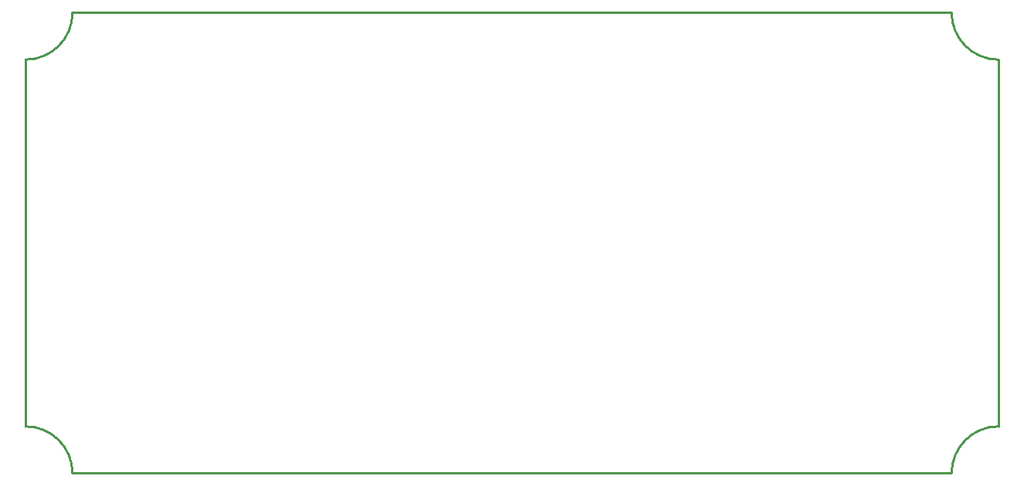
<source format=gm1>
G04 Layer_Color=16711935*
%FSLAX43Y43*%
%MOMM*%
G71*
G01*
G75*
%ADD37C,0.254*%
D37*
X0Y45396D02*
G03*
X5150Y50546I0J5150D01*
G01*
X101530D02*
G03*
X106680Y45396I5150J0D01*
G01*
Y5150D02*
G03*
X101530Y0I0J-5150D01*
G01*
X5150D02*
G03*
X0Y5150I-5150J0D01*
G01*
X5150Y50546D02*
X101530D01*
X106680Y5150D02*
Y45396D01*
X0Y5150D02*
Y45396D01*
X5150Y0D02*
X101530D01*
M02*

</source>
